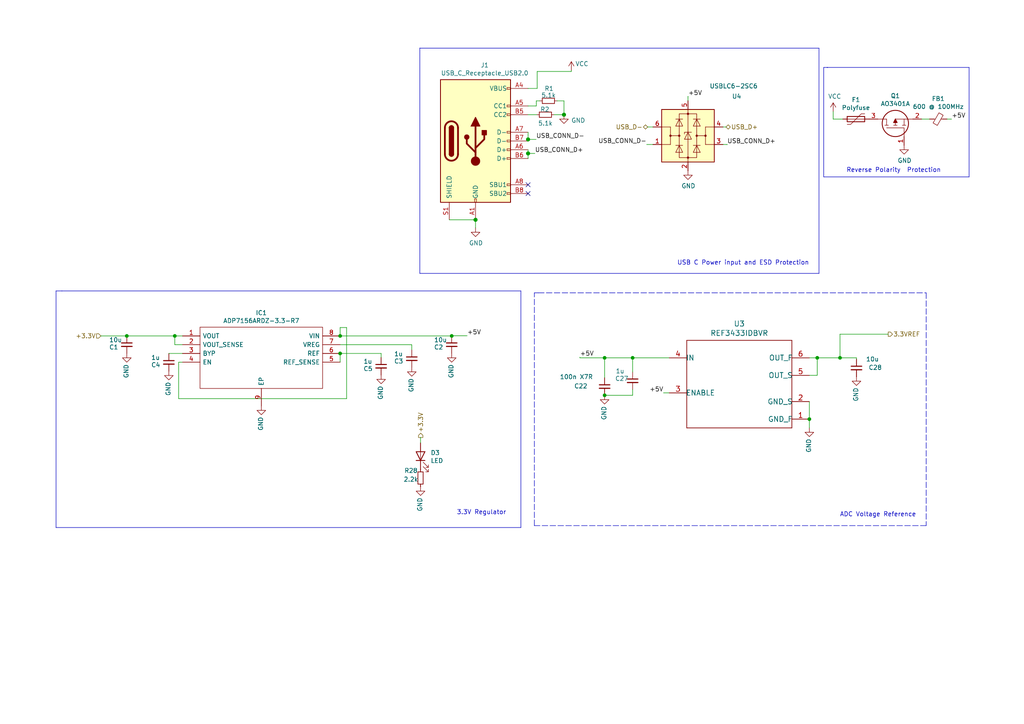
<source format=kicad_sch>
(kicad_sch (version 20201015) (generator eeschema)
  (paper "A4")
  (title_block (title "USB Power and 3.3V") (date "2020-11-21"))
  (lib_symbols
    (symbol "Connector:USB_C_Receptacle_USB2.0" (pin_names (offset 1.016))
      (property "Reference" "J" (at -10.16 19.05 0))
      (property "Value" "USB_C_Receptacle_USB2.0" (at 19.05 19.05 0))
      (symbol "USB_C_Receptacle_USB2.0_0_0"
        (rectangle (start -0.254 -17.78) (end 0.254 -16.764))
        (rectangle (start 10.16 -14.986) (end 9.144 -15.494))
        (rectangle (start 10.16 -12.446) (end 9.144 -12.954))
        (rectangle (start 10.16 -4.826) (end 9.144 -5.334))
        (rectangle (start 10.16 -2.286) (end 9.144 -2.794))
        (rectangle (start 10.16 0.254) (end 9.144 -0.254))
        (rectangle (start 10.16 2.794) (end 9.144 2.286))
        (rectangle (start 10.16 7.874) (end 9.144 7.366))
        (rectangle (start 10.16 10.414) (end 9.144 9.906))
        (rectangle (start 10.16 15.494) (end 9.144 14.986))
      )
      (symbol "USB_C_Receptacle_USB2.0_0_1"
        (arc (start -8.89 -3.81) (end -5.08 -3.81) (radius (at -6.985 -3.81) (length 1.905) (angles -179.9 -0.1)) (stroke (width 0.508)))
        (arc (start -7.62 -3.81) (end -6.35 -3.81) (radius (at -6.985 -3.81) (length 0.635) (angles -179.9 -0.1)) (stroke (width 0.254)))
        (arc (start -7.62 -3.81) (end -6.35 -3.81) (radius (at -6.985 -3.81) (length 0.635) (angles -179.9 -0.1)) (stroke (width 0.254)) (fill (type outline)))
        (arc (start -6.35 3.81) (end -7.62 3.81) (radius (at -6.985 3.81) (length 0.635) (angles 0.1 179.9)) (stroke (width 0.254)) (fill (type outline)))
        (arc (start -6.35 3.81) (end -7.62 3.81) (radius (at -6.985 3.81) (length 0.635) (angles 0.1 179.9)) (stroke (width 0.254)))
        (arc (start -5.08 3.81) (end -8.89 3.81) (radius (at -6.985 3.81) (length 1.905) (angles 0.1 179.9)) (stroke (width 0.508)))
        (circle (center -2.54 1.143) (radius 0.635) (stroke (width 0.254)) (fill (type outline)))
        (circle (center 0 -5.842) (radius 1.27) (fill (type outline)))
        (rectangle (start -10.16 17.78) (end 10.16 -17.78) (stroke (width 0.254)) (fill (type background)))
        (rectangle (start -7.62 -3.81) (end -6.35 3.81) (stroke (width 0.254)) (fill (type outline)))
        (rectangle (start 1.905 1.778) (end 3.175 3.048) (stroke (width 0.254)) (fill (type outline)))
        (polyline (pts (xy -8.89 -3.81) (xy -8.89 3.81)) (stroke (width 0.508)))
        (polyline (pts (xy -5.08 3.81) (xy -5.08 -3.81)) (stroke (width 0.508)))
        (polyline (pts (xy 0 -5.842) (xy 0 4.318)) (stroke (width 0.508)))
        (polyline (pts (xy 0 -3.302) (xy -2.54 -0.762) (xy -2.54 0.508)) (stroke (width 0.508)))
        (polyline (pts (xy 0 -2.032) (xy 2.54 0.508) (xy 2.54 1.778)) (stroke (width 0.508)))
        (polyline (pts (xy -1.27 4.318) (xy 0 6.858) (xy 1.27 4.318) (xy -1.27 4.318)) (stroke (width 0.254)) (fill (type outline)))
      )
      (symbol "USB_C_Receptacle_USB2.0_1_1"
        (pin passive line (at 0 -22.86 90) (length 5.08) (name "GND") (number "A1"))
        (pin passive line (at 0 -22.86 90) (length 5.08) hide (name "GND") (number "A12"))
        (pin passive line (at 15.24 15.24 180) (length 5.08) (name "VBUS") (number "A4"))
        (pin bidirectional line (at 15.24 10.16 180) (length 5.08) (name "CC1") (number "A5"))
        (pin bidirectional line (at 15.24 -2.54 180) (length 5.08) (name "D+") (number "A6"))
        (pin bidirectional line (at 15.24 2.54 180) (length 5.08) (name "D-") (number "A7"))
        (pin bidirectional line (at 15.24 -12.7 180) (length 5.08) (name "SBU1") (number "A8"))
        (pin passive line (at 15.24 15.24 180) (length 5.08) hide (name "VBUS") (number "A9"))
        (pin passive line (at 0 -22.86 90) (length 5.08) hide (name "GND") (number "B1"))
        (pin passive line (at 0 -22.86 90) (length 5.08) hide (name "GND") (number "B12"))
        (pin passive line (at 15.24 15.24 180) (length 5.08) hide (name "VBUS") (number "B4"))
        (pin bidirectional line (at 15.24 7.62 180) (length 5.08) (name "CC2") (number "B5"))
        (pin bidirectional line (at 15.24 -5.08 180) (length 5.08) (name "D+") (number "B6"))
        (pin bidirectional line (at 15.24 0 180) (length 5.08) (name "D-") (number "B7"))
        (pin bidirectional line (at 15.24 -15.24 180) (length 5.08) (name "SBU2") (number "B8"))
        (pin passive line (at 15.24 15.24 180) (length 5.08) hide (name "VBUS") (number "B9"))
        (pin passive line (at -7.62 -22.86 90) (length 5.08) (name "SHIELD") (number "S1"))
      )
    )
    (symbol "Device:C_Small" (pin_numbers hide) (pin_names (offset 0.254) hide)
      (property "Reference" "C" (at 0.254 1.778 0))
      (property "Value" "C_Small" (at 0.254 -2.032 0))
      (symbol "C_Small_0_1"
        (polyline (pts (xy -1.524 -0.508) (xy 1.524 -0.508)) (stroke (width 0.3302)))
        (polyline (pts (xy -1.524 0.508) (xy 1.524 0.508)) (stroke (width 0.3048)))
      )
      (symbol "C_Small_1_1"
        (pin passive line (at 0 2.54 270) (length 2.032) (name "~") (number "1"))
        (pin passive line (at 0 -2.54 90) (length 2.032) (name "~") (number "2"))
      )
    )
    (symbol "Device:FerriteBead_Small" (pin_numbers hide) (pin_names (offset 0))
      (property "Reference" "FB" (at 1.905 1.27 0))
      (property "Value" "FerriteBead_Small" (at 1.905 -1.27 0))
      (symbol "FerriteBead_Small_0_1"
        (polyline (pts (xy 0 -1.27) (xy 0 -0.7874)))
        (polyline (pts (xy 0 0.889) (xy 0 1.2954)))
        (polyline (pts (xy -1.8288 0.2794) (xy -1.1176 1.4986) (xy 1.8288 -0.2032) (xy 1.1176 -1.4224) (xy -1.8288 0.2794)))
      )
      (symbol "FerriteBead_Small_1_1"
        (pin passive line (at 0 2.54 270) (length 1.27) (name "~") (number "1"))
        (pin passive line (at 0 -2.54 90) (length 1.27) (name "~") (number "2"))
      )
    )
    (symbol "Device:LED" (pin_numbers hide) (pin_names (offset 1.016) hide)
      (property "Reference" "D" (at 0 2.54 0))
      (property "Value" "LED" (at 0 -2.54 0))
      (symbol "LED_0_1"
        (polyline (pts (xy -1.27 -1.27) (xy -1.27 1.27)) (stroke (width 0.254)))
        (polyline (pts (xy -1.27 0) (xy 1.27 0)))
        (polyline (pts (xy 1.27 -1.27) (xy 1.27 1.27) (xy -1.27 0) (xy 1.27 -1.27)) (stroke (width 0.254)))
        (polyline (pts (xy -3.048 -0.762) (xy -4.572 -2.286) (xy -3.81 -2.286) (xy -4.572 -2.286) (xy -4.572 -1.524)))
        (polyline (pts (xy -1.778 -0.762) (xy -3.302 -2.286) (xy -2.54 -2.286) (xy -3.302 -2.286) (xy -3.302 -1.524)))
      )
      (symbol "LED_1_1"
        (pin passive line (at -3.81 0 0) (length 2.54) (name "K") (number "1"))
        (pin passive line (at 3.81 0 180) (length 2.54) (name "A") (number "2"))
      )
    )
    (symbol "Device:Polyfuse" (pin_numbers hide) (pin_names (offset 0))
      (property "Reference" "F" (at -2.54 0 90))
      (property "Value" "Polyfuse" (at 2.54 0 90))
      (symbol "Polyfuse_0_1"
        (rectangle (start -0.762 2.54) (end 0.762 -2.54) (stroke (width 0.254)))
        (polyline (pts (xy 0 2.54) (xy 0 -2.54)))
        (polyline (pts (xy -1.524 2.54) (xy -1.524 1.524) (xy 1.524 -1.524) (xy 1.524 -2.54)))
      )
      (symbol "Polyfuse_1_1"
        (pin passive line (at 0 3.81 270) (length 1.27) (name "~") (number "1"))
        (pin passive line (at 0 -3.81 90) (length 1.27) (name "~") (number "2"))
      )
    )
    (symbol "Device:R_Small" (pin_numbers hide) (pin_names (offset 0.254) hide)
      (property "Reference" "R" (at 0.762 0.508 0))
      (property "Value" "R_Small" (at 0.762 -1.016 0))
      (symbol "R_Small_0_1"
        (rectangle (start -0.762 1.778) (end 0.762 -1.778) (stroke (width 0.2032)))
      )
      (symbol "R_Small_1_1"
        (pin passive line (at 0 2.54 270) (length 0.762) (name "~") (number "1"))
        (pin passive line (at 0 -2.54 90) (length 0.762) (name "~") (number "2"))
      )
    )
    (symbol "Power_Protection:USBLC6-2SC6" (pin_names hide)
      (property "Reference" "U" (at 2.54 8.89 0))
      (property "Value" "USBLC6-2SC6" (at 2.54 -8.89 0))
      (symbol "USBLC6-2SC6_0_1"
        (circle (center -5.08 0) (radius 0.254) (fill (type outline)))
        (circle (center -2.54 0) (radius 0.254) (fill (type outline)))
        (circle (center 0 -6.35) (radius 0.254) (fill (type outline)))
        (circle (center 0 6.35) (radius 0.254) (fill (type outline)))
        (circle (center 2.54 0) (radius 0.254) (fill (type outline)))
        (circle (center 5.08 0) (radius 0.254) (fill (type outline)))
        (rectangle (start -7.62 -7.62) (end 7.62 7.62) (stroke (width 0.254)) (fill (type background)))
        (rectangle (start -2.54 6.35) (end 2.54 -6.35))
        (polyline (pts (xy -5.08 -2.54) (xy -7.62 -2.54)))
        (polyline (pts (xy -5.08 0) (xy -5.08 -2.54)))
        (polyline (pts (xy -5.08 2.54) (xy -7.62 2.54)))
        (polyline (pts (xy -1.524 -2.794) (xy -3.556 -2.794)))
        (polyline (pts (xy -1.524 4.826) (xy -3.556 4.826)))
        (polyline (pts (xy 0 -7.62) (xy 0 -6.35)))
        (polyline (pts (xy 0 -6.35) (xy 0 1.27)))
        (polyline (pts (xy 0 1.27) (xy 0 6.35)))
        (polyline (pts (xy 0 6.35) (xy 0 7.62)))
        (polyline (pts (xy 1.524 -2.794) (xy 3.556 -2.794)))
        (polyline (pts (xy 1.524 4.826) (xy 3.556 4.826)))
        (polyline (pts (xy 5.08 -2.54) (xy 7.62 -2.54)))
        (polyline (pts (xy 5.08 0) (xy 5.08 -2.54)))
        (polyline (pts (xy 5.08 2.54) (xy 7.62 2.54)))
        (polyline (pts (xy -2.54 0) (xy -5.08 0) (xy -5.08 2.54)))
        (polyline (pts (xy 2.54 0) (xy 5.08 0) (xy 5.08 2.54)))
        (polyline (pts (xy -3.556 -4.826) (xy -1.524 -4.826) (xy -2.54 -2.794) (xy -3.556 -4.826)))
        (polyline (pts (xy -3.556 2.794) (xy -1.524 2.794) (xy -2.54 4.826) (xy -3.556 2.794)))
        (polyline (pts (xy -1.016 -1.016) (xy 1.016 -1.016) (xy 0 1.016) (xy -1.016 -1.016)))
        (polyline (pts (xy 1.016 1.016) (xy 0.762 1.016) (xy -1.016 1.016) (xy -1.016 0.508)))
        (polyline (pts (xy 3.556 -4.826) (xy 1.524 -4.826) (xy 2.54 -2.794) (xy 3.556 -4.826)))
        (polyline (pts (xy 3.556 2.794) (xy 1.524 2.794) (xy 2.54 4.826) (xy 3.556 2.794)))
      )
      (symbol "USBLC6-2SC6_1_1"
        (pin passive line (at -10.16 -2.54 0) (length 2.54) (name "I/O1") (number "1"))
        (pin passive line (at 0 -10.16 90) (length 2.54) (name "GND") (number "2"))
        (pin passive line (at 10.16 -2.54 180) (length 2.54) (name "I/O2") (number "3"))
        (pin passive line (at 10.16 2.54 180) (length 2.54) (name "I/O2") (number "4"))
        (pin passive line (at 0 10.16 270) (length 2.54) (name "VBUS") (number "5"))
        (pin passive line (at -10.16 2.54 0) (length 2.54) (name "I/O1") (number "6"))
      )
    )
    (symbol "REF3433DBVR:REF3433IDBVR" (pin_names (offset -0.254))
      (property "Reference" "U" (at 0 2.54 0))
      (property "Value" "REF3433IDBVR" (at 0 0 0))
      (symbol "REF3433IDBVR_1_1"
        (polyline (pts (xy -15.24 -12.7) (xy 15.24 -12.7)) (stroke (width 0.2032)))
        (polyline (pts (xy 15.24 -12.7) (xy 15.24 12.7)) (stroke (width 0.2032)))
        (polyline (pts (xy 15.24 12.7) (xy -15.24 12.7)) (stroke (width 0.2032)))
        (polyline (pts (xy -15.24 12.7) (xy -15.24 -12.7)) (stroke (width 0.2032)))
        (pin power_in line (at 20.32 -10.16 180) (length 5.08) (name "GND_F") (number "1"))
        (pin power_in line (at 20.32 -5.08 180) (length 5.08) (name "GND_S") (number "2"))
        (pin input line (at -20.32 -2.54 0) (length 5.08) (name "ENABLE") (number "3"))
        (pin power_in line (at -20.32 7.62 0) (length 5.08) (name "IN") (number "4"))
        (pin power_in line (at 20.32 2.54 180) (length 5.08) (name "OUT_S") (number "5"))
        (pin power_in line (at 20.32 7.62 180) (length 5.08) (name "OUT_F") (number "6"))
      )
    )
    (symbol "SamacSys_Parts:ADP7156ARDZ-3.3-R7" (pin_names (offset 0.762))
      (property "Reference" "IC" (at 41.91 7.62 0))
      (property "Value" "ADP7156ARDZ-3.3-R7" (at 41.91 5.08 0))
      (symbol "ADP7156ARDZ-3.3-R7_0_0"
        (pin passive line (at 0 0 0) (length 5.08) (name "VOUT") (number "1"))
        (pin passive line (at 0 -2.54 0) (length 5.08) (name "VOUT_SENSE") (number "2"))
        (pin passive line (at 0 -5.08 0) (length 5.08) (name "BYP") (number "3"))
        (pin passive line (at 0 -7.62 0) (length 5.08) (name "EN") (number "4"))
        (pin passive line (at 22.86 -20.32 90) (length 5.08) (name "EP") (number "9"))
        (pin passive line (at 45.72 0 180) (length 5.08) (name "VIN") (number "8"))
        (pin passive line (at 45.72 -2.54 180) (length 5.08) (name "VREG") (number "7"))
        (pin passive line (at 45.72 -5.08 180) (length 5.08) (name "REF") (number "6"))
        (pin passive line (at 45.72 -7.62 180) (length 5.08) (name "REF_SENSE") (number "5"))
      )
      (symbol "ADP7156ARDZ-3.3-R7_0_1"
        (polyline (pts (xy 5.08 2.54) (xy 40.64 2.54) (xy 40.64 -15.24) (xy 5.08 -15.24) (xy 5.08 2.54)) (stroke (width 0.1524)))
      )
    )
    (symbol "SamacSys_Parts:AO3401A" (pin_names (offset 0.762))
      (property "Reference" "Q" (at 11.43 3.81 0))
      (property "Value" "AO3401A" (at 11.43 1.27 0))
      (symbol "AO3401A_0_0"
        (pin passive line (at 0 0 0) (length 2.54) (name "~") (number "1"))
        (pin passive line (at 7.62 10.16 270) (length 2.54) (name "~") (number "3"))
        (pin passive line (at 7.62 -5.08 90) (length 2.54) (name "~") (number "2"))
      )
      (symbol "AO3401A_0_1"
        (circle (center 6.35 2.54) (radius 3.81) (stroke (width 0.254)))
        (polyline (pts (xy 7.62 2.54) (xy 7.62 -2.54)) (stroke (width 0.1524)))
        (polyline (pts (xy 7.62 5.08) (xy 7.62 7.62)) (stroke (width 0.1524)))
        (polyline (pts (xy 2.54 0) (xy 5.08 0) (xy 5.08 5.08)) (stroke (width 0.1524)))
        (polyline (pts (xy 7.62 2.54) (xy 5.842 2.54)) (stroke (width 0.1524)))
        (polyline (pts (xy 7.62 5.08) (xy 5.842 5.08)) (stroke (width 0.1524)))
        (polyline (pts (xy 5.842 0) (xy 7.62 0)) (stroke (width 0.1524)))
        (polyline (pts (xy 5.842 5.588) (xy 5.842 4.572)) (stroke (width 0.1524)))
        (polyline (pts (xy 5.842 -0.508) (xy 5.842 0.508)) (stroke (width 0.1524)))
        (polyline (pts (xy 5.842 2.032) (xy 5.842 3.048)) (stroke (width 0.1524)))
        (polyline (pts (xy 7.62 2.54) (xy 6.604 3.048) (xy 6.604 2.032) (xy 7.62 2.54)) (stroke (width 0.254)) (fill (type outline)))
      )
    )
    (symbol "power:GND" (power) (pin_names (offset 0))
      (property "Value" "GND" (at 0 -3.81 0))
      (symbol "GND_0_1"
        (polyline (pts (xy 0 0) (xy 0 -1.27) (xy 1.27 -1.27) (xy 0 -2.54) (xy -1.27 -1.27) (xy 0 -1.27)))
      )
      (symbol "GND_1_1"
        (pin power_in line (at 0 0 270) (length 0) hide (name "GND") (number "1"))
      )
    )
    (symbol "power:VCC" (power) (pin_names (offset 0))
      (property "Value" "VCC" (at 0 3.81 0))
      (symbol "VCC_0_1"
        (polyline (pts (xy -0.762 1.27) (xy 0 2.54)))
        (polyline (pts (xy 0 0) (xy 0 2.54)))
        (polyline (pts (xy 0 2.54) (xy 0.762 1.27)))
      )
      (symbol "VCC_1_1"
        (pin power_in line (at 0 0 90) (length 0) hide (name "VCC") (number "1"))
      )
    )
  )
  (junction (at 36.7792 97.4344) (diameter 0.9144))
  (junction (at 50.6984 97.4344) (diameter 0.9144))
  (junction (at 98.6536 97.4344) (diameter 0.9144))
  (junction (at 98.6536 102.5144) (diameter 0.9144))
  (junction (at 131.0132 97.4344) (diameter 0.9144))
  (junction (at 137.922 63.754) (diameter 1.016))
  (junction (at 153.162 40.4368) (diameter 1.016))
  (junction (at 153.162 44.5008) (diameter 1.016))
  (junction (at 163.576 33.274) (diameter 1.016))
  (junction (at 175.3616 103.7844) (diameter 0.9144))
  (junction (at 175.3616 114.6556) (diameter 0.9144))
  (junction (at 183.4896 103.7844) (diameter 0.9144))
  (junction (at 234.7468 121.5644) (diameter 0.9144))
  (junction (at 237.0328 103.7844) (diameter 0.9144))
  (junction (at 243.6368 103.7844) (diameter 0.9144))
  (no_connect (at 153.162 56.134))
  (no_connect (at 153.162 53.594))
  (wire (pts (xy 29.2608 97.4344) (xy 36.7792 97.4344)))
  (wire (pts (xy 36.7792 97.4344) (xy 50.6984 97.4344)))
  (wire (pts (xy 48.9712 102.5144) (xy 48.9712 102.5652)))
  (wire (pts (xy 50.6984 97.4344) (xy 50.6984 99.9744)))
  (wire (pts (xy 51.816 105.0544) (xy 51.816 115.6208)))
  (wire (pts (xy 52.9336 97.4344) (xy 50.6984 97.4344)))
  (wire (pts (xy 52.9336 99.9744) (xy 50.6984 99.9744)))
  (wire (pts (xy 52.9336 102.5144) (xy 48.9712 102.5144)))
  (wire (pts (xy 52.9336 105.0544) (xy 51.816 105.0544)))
  (wire (pts (xy 98.6536 94.996) (xy 98.6536 97.4344)))
  (wire (pts (xy 98.6536 97.4344) (xy 131.0132 97.4344)))
  (wire (pts (xy 98.6536 99.9744) (xy 119.4308 99.9744)))
  (wire (pts (xy 98.6536 102.5144) (xy 98.6536 105.0544)))
  (wire (pts (xy 100.5332 94.996) (xy 98.6536 94.996)))
  (wire (pts (xy 100.5332 94.996) (xy 100.5332 115.6208)))
  (wire (pts (xy 100.5332 115.6208) (xy 51.816 115.6208)))
  (wire (pts (xy 110.5408 102.5144) (xy 98.6536 102.5144)))
  (wire (pts (xy 110.5408 103.6828) (xy 110.5408 102.5144)))
  (wire (pts (xy 119.4308 99.9744) (xy 119.4308 101.4984)))
  (wire (pts (xy 121.9708 126.8984) (xy 122.0216 126.8984)))
  (wire (pts (xy 121.9708 128.4732) (xy 121.9708 126.8984)))
  (wire (pts (xy 130.302 63.754) (xy 137.922 63.754)))
  (wire (pts (xy 131.0132 97.3836) (xy 131.0132 97.4344)))
  (wire (pts (xy 135.4836 97.3836) (xy 131.0132 97.3836)))
  (wire (pts (xy 137.922 63.754) (xy 137.922 66.0908)))
  (wire (pts (xy 153.162 25.654) (xy 155.8036 25.654)))
  (wire (pts (xy 153.162 30.734) (xy 155.5496 30.734)))
  (wire (pts (xy 153.162 33.274) (xy 155.6512 33.274)))
  (wire (pts (xy 153.162 38.354) (xy 153.162 40.4368)))
  (wire (pts (xy 153.162 40.4368) (xy 153.162 40.894)))
  (wire (pts (xy 153.162 43.434) (xy 153.162 44.5008)))
  (wire (pts (xy 153.162 44.5008) (xy 153.162 45.974)))
  (wire (pts (xy 153.162 44.5008) (xy 155.1432 44.5008)))
  (wire (pts (xy 155.4988 40.4368) (xy 153.162 40.4368)))
  (wire (pts (xy 155.5496 29.2608) (xy 156.5148 29.2608)))
  (wire (pts (xy 155.5496 30.734) (xy 155.5496 29.2608)))
  (wire (pts (xy 155.8036 20.7264) (xy 155.8036 25.654)))
  (wire (pts (xy 155.8036 20.7264) (xy 165.7096 20.7264)))
  (wire (pts (xy 160.7312 33.274) (xy 163.576 33.274)))
  (wire (pts (xy 161.5948 29.2608) (xy 163.576 29.2608)))
  (wire (pts (xy 163.576 29.2608) (xy 163.576 33.274)))
  (wire (pts (xy 165.7096 20.7264) (xy 165.7096 20.4216)))
  (wire (pts (xy 168.1988 103.7844) (xy 168.1988 103.5812)))
  (wire (pts (xy 168.1988 103.7844) (xy 175.3616 103.7844)))
  (wire (pts (xy 175.3616 103.7844) (xy 175.3616 109.5756)))
  (wire (pts (xy 175.3616 103.7844) (xy 183.4896 103.7844)))
  (wire (pts (xy 183.4896 103.7844) (xy 183.4896 107.8992)))
  (wire (pts (xy 183.4896 103.7844) (xy 194.1068 103.7844)))
  (wire (pts (xy 183.4896 112.9792) (xy 183.4896 114.6556)))
  (wire (pts (xy 183.4896 114.6556) (xy 175.3616 114.6556)))
  (wire (pts (xy 187.5536 41.91) (xy 189.3824 41.91)))
  (wire (pts (xy 187.8584 36.83) (xy 189.3824 36.83)))
  (wire (pts (xy 192.4304 113.9444) (xy 194.1068 113.9444)))
  (wire (pts (xy 199.5424 27.9908) (xy 199.5932 27.9908)))
  (wire (pts (xy 199.5424 29.21) (xy 199.5424 27.9908)))
  (wire (pts (xy 209.7024 36.83) (xy 210.566 36.83)))
  (wire (pts (xy 209.7024 41.91) (xy 210.9216 41.91)))
  (wire (pts (xy 210.9216 41.91) (xy 210.9216 41.9608)))
  (wire (pts (xy 234.7468 103.7844) (xy 237.0328 103.7844)))
  (wire (pts (xy 234.7468 108.8644) (xy 237.0328 108.8644)))
  (wire (pts (xy 234.7468 116.4844) (xy 234.7468 121.5644)))
  (wire (pts (xy 234.7468 121.5644) (xy 234.7468 124.1044)))
  (wire (pts (xy 237.0328 103.7844) (xy 243.6368 103.7844)))
  (wire (pts (xy 237.0328 108.8644) (xy 237.0328 103.7844)))
  (wire (pts (xy 241.6556 32.3596) (xy 241.6556 34.544)))
  (wire (pts (xy 241.6556 34.544) (xy 244.4496 34.544)))
  (wire (pts (xy 243.6368 96.9264) (xy 243.6368 103.7844)))
  (wire (pts (xy 243.6368 103.7844) (xy 248.412 103.7844)))
  (wire (pts (xy 248.412 103.7844) (xy 248.412 104.1908)))
  (wire (pts (xy 257.6068 96.9264) (xy 243.6368 96.9264)))
  (wire (pts (xy 267.3096 34.544) (xy 269.5956 34.544)))
  (wire (pts (xy 274.6756 34.544) (xy 275.9964 34.544)))
  (polyline (pts (xy 16.256 84.3788) (xy 17.9832 84.3788)) (stroke (width 0) (type solid)))
  (polyline (pts (xy 16.256 153.0096) (xy 16.256 84.3788)) (stroke (width 0) (type solid)))
  (polyline (pts (xy 17.9324 84.3788) (xy 151.0792 84.3788)) (stroke (width 0) (type solid)))
  (polyline (pts (xy 121.7676 13.9192) (xy 121.7676 79.2988)) (stroke (width 0) (type solid)))
  (polyline (pts (xy 121.7676 79.2988) (xy 237.5408 79.2988)) (stroke (width 0) (type solid)))
  (polyline (pts (xy 151.0792 84.3788) (xy 151.0792 153.0096)) (stroke (width 0) (type solid)))
  (polyline (pts (xy 151.0792 153.0096) (xy 16.256 153.0096)) (stroke (width 0) (type solid)))
  (polyline (pts (xy 154.9908 84.9376) (xy 156.1592 84.9376)) (stroke (width 0) (type dash)))
  (polyline (pts (xy 154.9908 152.4508) (xy 154.9908 84.9376)) (stroke (width 0) (type dash)))
  (polyline (pts (xy 156.1592 84.9376) (xy 268.6304 84.9376)) (stroke (width 0) (type dash)))
  (polyline (pts (xy 237.5408 13.97) (xy 121.7676 13.97)) (stroke (width 0) (type solid)))
  (polyline (pts (xy 237.5408 79.2988) (xy 237.5408 13.97)) (stroke (width 0) (type solid)))
  (polyline (pts (xy 238.9124 19.558) (xy 240.0808 19.558)) (stroke (width 0) (type solid)))
  (polyline (pts (xy 238.9124 51.308) (xy 238.9124 19.558)) (stroke (width 0) (type solid)))
  (polyline (pts (xy 239.8776 19.558) (xy 281.0764 19.558)) (stroke (width 0) (type solid)))
  (polyline (pts (xy 268.6304 84.9376) (xy 268.6304 152.4508)) (stroke (width 0) (type dash)))
  (polyline (pts (xy 268.6304 152.4508) (xy 154.9908 152.4508)) (stroke (width 0) (type dash)))
  (polyline (pts (xy 281.0764 19.558) (xy 281.0764 51.308)) (stroke (width 0) (type solid)))
  (polyline (pts (xy 281.0764 51.308) (xy 238.9124 51.308)) (stroke (width 0) (type solid)))
  (text "3.3V Regulator\n" (at 146.8628 149.4536 180) (effects (font (size 1.27 1.27)) (justify right bottom)))
  (text "USB C Power input and ESD Protection\n" (at 234.696 77.0636 180) (effects (font (size 1.27 1.27)) (justify right bottom)))
  (text "ADC Voltage Reference\n" (at 265.7348 150.0632 180) (effects (font (size 1.27 1.27)) (justify right bottom)))
  (text "Reverse Polarity  Protection\n" (at 272.9484 50.1904 180) (effects (font (size 1.27 1.27)) (justify right bottom)))
  (label "+5V" (at 135.4836 97.3836 0))
  (label "USB_CONN_D+" (at 155.1432 44.5008 0))
  (label "USB_CONN_D-" (at 155.4988 40.4368 0))
  (label "+5V" (at 168.1988 103.5812 0))
  (label "USB_CONN_D-" (at 187.5536 41.91 180))
  (label "+5V" (at 192.4304 113.9444 180))
  (label "+5V" (at 199.5932 27.9908 0))
  (label "USB_CONN_D+" (at 210.9216 41.9608 0))
  (label "+5V" (at 275.9964 34.544 0))
  (hierarchical_label "+3.3V" (shape input) (at 29.2608 97.4344 180))
  (hierarchical_label "+3.3V" (shape output) (at 122.0216 126.8984 90))
  (hierarchical_label "USB_D-" (shape bidirectional) (at 187.8584 36.83 180))
  (hierarchical_label "USB_D+" (shape bidirectional) (at 210.566 36.83 0))
  (hierarchical_label "3.3VREF" (shape output) (at 257.6068 96.9264 0))
  (symbol (lib_id "power:VCC") (at 165.7096 20.4216 0) (unit 1)
    (property "Reference" "#PWR01" (effects hide))
    (property "Value" "VCC" (at 168.783 18.5166 0))
  )
  (symbol (lib_id "power:VCC") (at 241.6556 32.3596 0) (unit 1)
    (property "Reference" "#PWR03" (effects hide))
    (property "Value" "VCC" (at 242.0874 27.9654 0))
  )
  (symbol (lib_id "power:GND") (at 36.7792 102.5144 0) (unit 1)
    (property "Reference" "#PWR014" (effects hide))
    (property "Value" "GND" (at 36.6014 107.6706 90))
  )
  (symbol (lib_id "power:GND") (at 48.9712 107.6452 0) (unit 1)
    (property "Reference" "#PWR017" (effects hide))
    (property "Value" "GND" (at 48.7934 112.8014 90))
  )
  (symbol (lib_id "power:GND") (at 75.7936 117.7544 0) (unit 1)
    (property "Reference" "#PWR019" (effects hide))
    (property "Value" "GND" (at 75.6158 122.9106 90))
  )
  (symbol (lib_id "power:GND") (at 110.5408 108.7628 0) (unit 1)
    (property "Reference" "#PWR018" (effects hide))
    (property "Value" "GND" (at 110.363 113.919 90))
  )
  (symbol (lib_id "power:GND") (at 119.4308 106.5784 0) (unit 1)
    (property "Reference" "#PWR016" (effects hide))
    (property "Value" "GND" (at 119.253 111.7346 90))
  )
  (symbol (lib_id "power:GND") (at 121.9708 141.1732 0) (unit 1)
    (property "Reference" "#PWR0109" (effects hide))
    (property "Value" "GND" (at 121.793 146.3294 90))
  )
  (symbol (lib_id "power:GND") (at 131.0132 102.5144 0) (unit 1)
    (property "Reference" "#PWR015" (effects hide))
    (property "Value" "GND" (at 130.8354 107.6706 90))
  )
  (symbol (lib_id "power:GND") (at 137.922 66.0908 0) (unit 1)
    (property "Reference" "#PWR013" (effects hide))
    (property "Value" "GND" (at 138.049 70.485 0))
  )
  (symbol (lib_id "power:GND") (at 163.576 33.274 0) (unit 1)
    (property "Reference" "#PWR02" (effects hide))
    (property "Value" "GND" (at 167.7162 34.925 0))
  )
  (symbol (lib_id "power:GND") (at 175.3616 114.6556 0) (unit 1)
    (property "Reference" "#PWR023" (effects hide))
    (property "Value" "GND" (at 175.1838 119.8118 90))
  )
  (symbol (lib_id "power:GND") (at 199.5424 49.53 0) (unit 1)
    (property "Reference" "#PWR04" (effects hide))
    (property "Value" "GND" (at 199.6694 53.9242 0))
  )
  (symbol (lib_id "power:GND") (at 234.7468 124.1044 0) (unit 1)
    (property "Reference" "#PWR024" (effects hide))
    (property "Value" "GND" (at 234.569 129.2606 90))
  )
  (symbol (lib_id "power:GND") (at 248.412 109.2708 0) (unit 1)
    (property "Reference" "#PWR028" (effects hide))
    (property "Value" "GND" (at 248.2342 114.427 90))
  )
  (symbol (lib_id "power:GND") (at 262.2296 42.164 0) (unit 1)
    (property "Reference" "#PWR05" (effects hide))
    (property "Value" "GND" (at 262.3566 46.5582 0))
  )
  (symbol (lib_id "Device:R_Small") (at 121.9708 138.6332 180) (unit 1)
    (property "Reference" "R28" (at 119.2084 136.4996 0))
    (property "Value" "2.2k" (at 119.1706 139.039 0))
    (property "Footprint" "Resistor_SMD:R_0603_1608Metric" (effects hide))
    (property "LCSC Part #" " C4190" (effects hide))
  )
  (symbol (lib_id "Device:R_Small") (at 158.1912 33.274 90) (unit 1)
    (property "Reference" "R2" (at 158.0388 31.7308 90))
    (property "Value" "5.1k" (at 158.1914 35.757 90))
    (property "Footprint" "Resistor_SMD:R_1206_3216Metric" (effects hide))
    (property "LCSC Part #" " C26033" (effects hide))
  )
  (symbol (lib_id "Device:R_Small") (at 159.0548 29.2608 90) (unit 1)
    (property "Reference" "R1" (at 159.258 25.6856 90))
    (property "Value" "5.1k" (at 159.106 27.6288 90))
    (property "Footprint" "Resistor_SMD:R_1206_3216Metric" (effects hide))
    (property "LCSC Part #" " C26033" (effects hide))
  )
  (symbol (lib_id "Device:C_Small") (at 36.7792 99.9744 0) (unit 1)
    (property "Reference" "C1" (at 31.6358 100.7046 0) (effects (justify left)))
    (property "Value" "10u" (at 31.636 98.5828 0) (effects (justify left)))
    (property "Footprint" "Capacitor_SMD:C_0603_1608Metric" (effects hide))
    (property "LCSC Part #" "C19702" (effects hide))
  )
  (symbol (lib_id "Device:C_Small") (at 48.9712 105.1052 0) (unit 1)
    (property "Reference" "C4" (at 43.8278 105.8354 0) (effects (justify left)))
    (property "Value" "1u" (at 43.8276 103.7138 0) (effects (justify left)))
    (property "Footprint" "Capacitor_SMD:C_0603_1608Metric" (effects hide))
    (property "LCSC Part #" "C15849" (effects hide))
  )
  (symbol (lib_id "Device:C_Small") (at 110.5408 106.2228 0) (unit 1)
    (property "Reference" "C5" (at 105.3974 106.953 0) (effects (justify left)))
    (property "Value" "1u" (at 105.3972 104.8314 0) (effects (justify left)))
    (property "Footprint" "Capacitor_SMD:C_0603_1608Metric" (effects hide))
    (property "LCSC Part #" "C15849" (effects hide))
  )
  (symbol (lib_id "Device:C_Small") (at 119.4308 104.0384 0) (unit 1)
    (property "Reference" "C3" (at 114.2874 104.7686 0) (effects (justify left)))
    (property "Value" "1u" (at 114.2872 102.647 0) (effects (justify left)))
    (property "Footprint" "Capacitor_SMD:C_0603_1608Metric" (effects hide))
    (property "LCSC Part #" "C15849" (effects hide))
  )
  (symbol (lib_id "Device:C_Small") (at 131.0132 99.9744 0) (unit 1)
    (property "Reference" "C2" (at 125.8698 100.7046 0) (effects (justify left)))
    (property "Value" "10u" (at 125.87 98.5828 0) (effects (justify left)))
    (property "Footprint" "Capacitor_SMD:C_0603_1608Metric" (effects hide))
    (property "LCSC Part #" "C19702" (effects hide))
  )
  (symbol (lib_id "Device:C_Small") (at 175.3616 112.1156 0) (unit 1)
    (property "Reference" "C22" (at 166.5098 111.9822 0) (effects (justify left)))
    (property "Value" "100n X7R" (at 162.344 109.3022 0) (effects (justify left)))
    (property "Footprint" "Capacitor_SMD:C_0603_1608Metric" (effects hide))
    (property "LCSC Part #" "C14663" (effects hide))
  )
  (symbol (lib_id "Device:C_Small") (at 183.4896 110.4392 0) (unit 1)
    (property "Reference" "C27" (at 178.397 109.7978 0) (effects (justify left)))
    (property "Value" "1u" (at 178.5492 107.6254 0) (effects (justify left)))
    (property "Footprint" "Capacitor_SMD:C_0603_1608Metric" (effects hide))
    (property "LCSC Part #" "C15849" (effects hide))
  )
  (symbol (lib_id "Device:C_Small") (at 248.412 106.7308 0) (unit 1)
    (property "Reference" "C28" (at 251.9046 106.5974 0) (effects (justify left)))
    (property "Value" "10u" (at 251.1428 104.1706 0) (effects (justify left)))
    (property "Footprint" "Capacitor_SMD:C_0603_1608Metric" (effects hide))
    (property "LCSC Part #" "C19702" (effects hide))
  )
  (symbol (lib_id "Device:FerriteBead_Small") (at 272.1356 34.544 90) (unit 1)
    (property "Reference" "FB1" (at 272.1356 28.632 90))
    (property "Value" "600 @ 100MHz" (at 272.1358 30.931 90))
    (property "Footprint" "Inductor_SMD:L_0805_2012Metric" (effects hide))
    (property "LCSC Part #" "C1017" (effects hide))
  )
  (symbol (lib_id "Device:Polyfuse") (at 248.2596 34.544 90) (unit 1)
    (property "Reference" "F1" (at 248.2596 28.9368 90))
    (property "Value" "Polyfuse" (at 248.2596 31.2355 90))
    (property "Footprint" "Fuse:Fuse_1206_3216Metric" (effects hide))
    (property "LCSC Part #" "C369159" (effects hide))
  )
  (symbol (lib_id "Device:LED") (at 121.9708 132.2832 90) (unit 1)
    (property "Reference" "D3" (at 124.8919 131.3243 90) (effects (justify right)))
    (property "Value" "LED" (at 124.8919 133.623 90) (effects (justify right)))
    (property "Footprint" "LED_SMD:LED_0603_1608Metric" (effects hide))
    (property "LCSC Part #" " C72043" (effects hide))
  )
  (symbol (lib_id "SamacSys_Parts:AO3401A") (at 262.2296 42.164 90) (unit 1)
    (property "Reference" "Q1" (at 259.6896 27.7938 90))
    (property "Value" "AO3401A" (at 259.6896 30.0925 90))
    (property "Footprint" "SamacSys_Parts:SOT95P280X125-3N" (effects hide))
    (property "Datasheet" "http://www.aosmd.com/pdfs/datasheet/AO3401A.pdf" (effects hide))
    (property "Description" "30V P-Channel MOSFET" (effects hide))
    (property "Height" "1.25" (effects hide))
    (property "Manufacturer_Name" "Alpha & Omega Semiconductors" (effects hide))
    (property "Manufacturer_Part_Number" "AO3401A" (effects hide))
    (property "LCSC Part #" " C15127" (effects hide))
  )
  (symbol (lib_id "Power_Protection:USBLC6-2SC6") (at 199.5424 39.37 0) (unit 1)
    (property "Reference" "U4" (at 213.6648 27.9462 0))
    (property "Value" "USBLC6-2SC6" (at 212.8012 24.9617 0))
    (property "Footprint" "Package_TO_SOT_SMD:SOT-23-6" (effects hide))
    (property "Datasheet" "https://www.st.com/resource/en/datasheet/usblc6-2.pdf" (effects hide))
    (property "LCSC Part #" "C7519" (effects hide))
  )
  (symbol (lib_id "REF3433DBVR:REF3433IDBVR") (at 214.4268 111.4044 0) (unit 1)
    (property "Reference" "U3" (at 214.4268 93.9063 0) (effects (font (size 1.524 1.524))))
    (property "Value" "REF3433IDBVR" (at 214.4268 96.6139 0) (effects (font (size 1.524 1.524))))
    (property "Footprint" "REF3433:REF3433IDBVR" (effects hide))
  )
  (symbol (lib_id "Connector:USB_C_Receptacle_USB2.0") (at 137.922 40.894 0) (unit 1)
    (property "Reference" "J1" (at 140.589 18.9038 0))
    (property "Value" "USB_C_Receptacle_USB2.0" (at 140.589 21.2025 0))
    (property "Footprint" "CM4IO:TYPE-C-31-M-12" (effects hide))
    (property "Datasheet" "https://www.usb.org/sites/default/files/documents/usb_type-c.zip" (effects hide))
    (property "LCSC Part #" "C165948" (effects hide))
  )
  (symbol (lib_id "SamacSys_Parts:ADP7156ARDZ-3.3-R7") (at 52.9336 97.4344 0) (unit 1)
    (property "Reference" "IC1" (at 75.7936 90.735 0))
    (property "Value" "ADP7156ARDZ-3.3-R7" (at 75.7936 93.0337 0))
    (property "Footprint" "SamacSys_Parts:SOIC127P600X175-9N" (effects hide))
    (property "Datasheet" "http://www.mouser.com/ds/2/609/ADP7156-892457.pdf" (effects hide))
    (property "Description" "LDO Voltage Regulators 3.3/5Vin 1.2A Ultra Low Noise LDO Fixed" (effects hide))
    (property "Height" "1.75" (effects hide))
    (property "Manufacturer_Name" "Analog Devices" (effects hide))
    (property "Manufacturer_Part_Number" "ADP7156ARDZ-3.3-R7" (effects hide))
    (property "Mouser Part Number" "584-ADP7156ARDZ3.3R7" (effects hide))
    (property "Mouser Price/Stock" "https://www.mouser.co.uk/ProductDetail/Analog-Devices/ADP7156ARDZ-33-R7/?qs=JeIcUl65ClBhjUz9im%252BGWQ%3D%3D" (effects hide))
    (property "Arrow Part Number" "ADP7156ARDZ-3.3-R7" (effects hide))
    (property "Arrow Price/Stock" "https://www.arrow.com/en/products/adp7156ardz-3.3-r7/analog-devices" (effects hide))
  )
)
</source>
